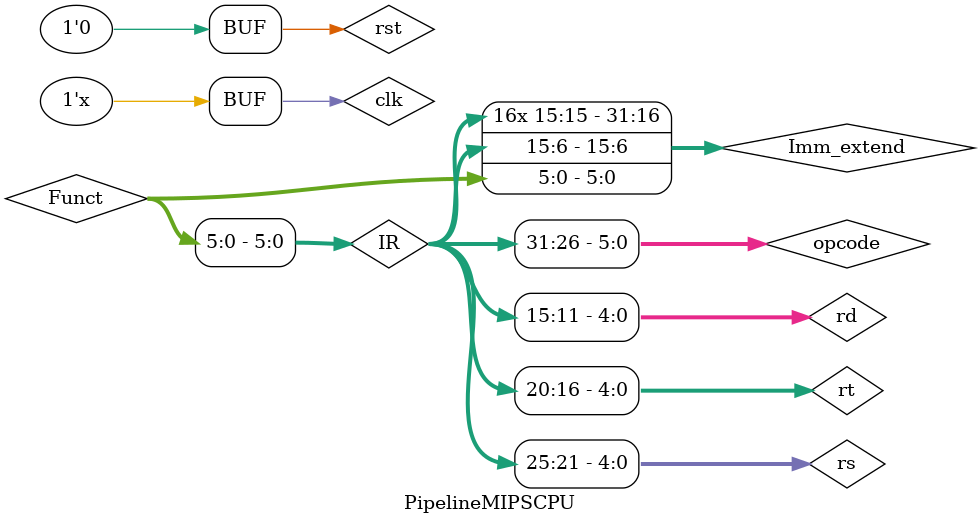
<source format=v>
module PipelineMIPSCPU;
reg clk,rst;

wire [31:0] instruction;

wire CF,SF,PF,OF,Zero;

wire [5:0] opcode;
wire [4:0] rs, rt, rd;
wire [5:0] Funct;
wire [31:0] Data;
wire [31:0] PCF,PC_in,pcp4F,PCbranchD;


wire [31:0] ResultW;
wire stallF,stallD,flushE;
wire [1:0] forwardAE,forwardBE,forwardAD,forwardBD;


wire [31:0] SrcA,SrcB;
wire [31:0] pcp4D,IR;

wire RegWriteD, MemtoRegD, MemWriteD, ALUSrcD, RegDstD, BranchD,JumpD;
wire EqualD,PCSrcD;
wire [2:0] ALUControlD;
wire [31:0] Imm_extend;

wire RegWriteE, MemtoRegE, MemWriteE, ALUSrcE, RegDstE;
wire [2:0] ALUControlE;
wire [31:0] RD1E,RD2E,ImmE;
wire [4:0] rsE,rtE,rdE;

wire [31:0] SrcAE,SrcBE,alu_result,WriteDataE;

wire [4:0] WriteRegM,WriteRegE;
wire [31:0] ALUOutM,WriteDataM;
wire RegWriteM,MemtoRegM,MemWriteM;

wire [31:0] ReadDataW,ALUOutW;
wire [4:0] WriteRegW;
wire MemtoRegW,RegWriteW;
initial begin 
    clk=0; rst=0; 
end
always #10 clk=~clk;

assign PC_in=PCSrcD?PCbranchD:pcp4F;
PCreg PC_1(
    .clk(clk),
    .rst(rst),
    .pc(PCF),
    .pc_in(PC_in),
    .stall(stallF)
);
assign pcp4F=PCF+4;
assign PCbranchD=JumpD?IR[25:0]:(Imm_extend<<2)+pcp4D;
IMem L1I_cache(
    .A(PCF>>2),
    .RD(instruction)
);

IF_ID IF_IDreg(
    .clk(clk),
    .rst(rst),
    .In_pc(pcp4F),
    .In_Ins(instruction),
    .stall(stallD),
    .clr(PCSrcD),
    .out_pc(pcp4D),
    .out_Ins(IR)
);

assign    opcode = IR[31:26];
assign    rs = IR[25:21];
assign    rt = IR[20:16];
assign    rd = IR[15:11];
assign    Funct = IR[5:0];




RegFile Register_1(
    .CLK(clk),
    .WE3(RegWriteW),
    .RA1(rs),
    .RA2(rt),
    .WA3(WriteRegW),
    .WD3(ResultW),
    .RD1(SrcA),
    .RD2(SrcB),
    .RST(rst)
);

/*Control_Unit ctrl (
    .op(opcode),
    .funct(Funct),
    .RegWriteD(RegWriteD),
    .MemtoRegD(MemtoRegD),
    .MemWriteD(MemWriteD),
    .AluSrcD(ALUSrcD),
    .RegDstD(RegDstD),
    .BranchD(BranchD),
    .ALUControlD(ALUControlD)
);*/
Controller ctrl (
    .Op(opcode),
    .Funct(Funct),
    .RegWrite(RegWriteD),
    .MemToReg(MemtoRegD),
    .MemWrite(MemWriteD),
    .ALUSrc(ALUSrcD),
    .RegDst(RegDstD),
    .Branch(BranchD),
    .Jump(JumpD),
    .ALUControl(ALUControlD)
);
assign EqualD=( ( forwardAD==(2'b10)?ResultW:(forwardAD==(2'b01)?ALUOutM:SrcA))
            == 
            ( forwardBD==(2'b10)?ResultW:(forwardBD==(2'b01)?ALUOutM:SrcB)) );
assign PCSrcD=((BranchD|JumpD)&EqualD);
assign Imm_extend={ {16{IR[15]}},IR[15:0] };
ID_EX ID_EXreg(
    .clk(clk),
    .clr(flushE),
    
    .RD1((RegWriteW&&rs==WriteRegW)?ResultW:SrcA),
    .RD2((RegWriteW&&rt==WriteRegW)?ResultW:SrcB),
    .ImmD(Imm_extend),
    .rsD(rs),
    .rtD(rt),
    .rdD(rd),
    .RegWriteD(RegWriteD), .MemtoRegD(MemtoRegD), .MemWriteD(MemWriteD), 
    .ALUSrcD(ALUSrcD), .RegDstD(RegDstD),
    .ALUControlD(ALUControlD),
    
    .rsE(rsE),.rtE(rtE),.rdE(rdE),
    .RD1E(RD1E),.RD2E(RD2E),.ImmE(ImmE),
    .RegWriteE(RegWriteE), .MemtoRegE(MemtoRegE), .MemWriteE(MemWriteE), 
    .ALUSrcE(ALUSrcE), .RegDstE(RegDstE),
    .ALUControlE(ALUControlE)
);


//The ALUsrc here is used to control the sign-extend immediate expansion component,
//which means that for all non I-type instructions, immediate expansion is not required. 
//At this point, the value of this component (ALUsrc) is 0, and for I-type instructions, its value is 1


ALU_Forward alu_forward_1(
    .forwardAE(forwardAE),.forwardBE(forwardBE),
    .ALUSrcE(ALUSrcE),
    .ALUOutM(ALUOutM),.ResultW(ResultW),
    .RD1E(RD1E),.RD2E(RD2E),.SignlmmE(ImmE),

    .SrcAE(SrcAE),.SrcBE(SrcBE),.WriteDataE(WriteDataE)
);


ALU_8 alu (
    .A(SrcAE),
    .B(SrcBE),
    .OP(ALUControlE),
    .F(alu_result),
    .ZF(Zero),
    .CF(CF),
    .SF(SF),
    .PF(PF),
    .OF(OF)
);

assign WriteRegE=RegDstE?rdE:rtE;
EX_MEM EX_MEMreg(
    .alu_output(alu_result),.WriteDataE(WriteDataE),
    .WriteRegE(WriteRegE),
    .clk(clk),.rst(rst),
    .RegWriteE(RegWriteE),.MemtoRegE(MemtoRegE),.MemWriteE(MemWriteE),
    
    .ALUOutM(ALUOutM),.WriteDataM(WriteDataM),
    .WriteRegM(WriteRegM),
    .RegWriteM(RegWriteM),.MemtoRegM(MemtoRegM),.MemWriteM(MemWriteM)
);
Dmemory Dmem_1 (
    .Addr(ALUOutM),
    .Data_in(WriteDataM),
    .R_W(MemWriteM),
    .Data_out(Data),
    .clk(clk)
);


MEM_WB MEM_WBreg(
    .ALUOutM(ALUOutM),.ReadDataM(MemWriteM?32'b0:Data),
    .clk(clk),.rst(rst),
    .WriteRegM(WriteRegM),
    .RegWriteM(RegWriteM),.MemtoRegM(MemtoRegM),
   
    .ReadDataW(ReadDataW),.ALUOutW(ALUOutW),
    .WriteRegW(WriteRegW),
    .RegWriteW(RegWriteW),.MemtoRegW(MemtoRegW)
);


assign ResultW=MemtoRegW?ReadDataW:ALUOutW;

Hazard_unit HZ(
    .rsD(rs),.rtD(rt),
    .rsE(rsE),.rtE(rtE),
    .BranchD(BranchD|JumpD),
    .MemtoRegE(MemtoRegE),.RegWriteE(RegWriteE),
    .MemtoRegM(MemtoRegM),.RegWriteM(RegWriteM),
    .RegWriteW(RegWriteW),
    .WriteRegE(WriteRegE),.WriteRegM(WriteRegM),.WriteRegW(WriteRegW),
    
    .stallF(stallF),.stallD(stallD),
    .forwardAD(forwardAD),.forwardBD(forwardBD),.flushE(flushE),
    .forwardAE(forwardAE),.forwardBE(forwardBE)
);
/*HazardUnit hz(.StallF(stallF),.StallD(stallD),

.BranchD(BranchD|JumpD),.ForwardAD(forwardAD),
.ForwardBD(forwardBD),.ForwardAE(forwardAE),.ForwardBE(forwardBE),

.RsD(rs),.RtD(rt),.RsE(rsE),.RtE(rtE),.FlushE(flushE),
.RegWriteE(RegWriteE),.MemtoRegE(MemtoRegE),
.WriteRegE(WriteRegE),.WriteRegM(WriteRegM),.WriteRegW(WriteRegW),
.RegWriteM(RegWriteM),.RegWriteW(RegWriteW),.MemtoRegM(MemtoRegM));*/

endmodule








</source>
